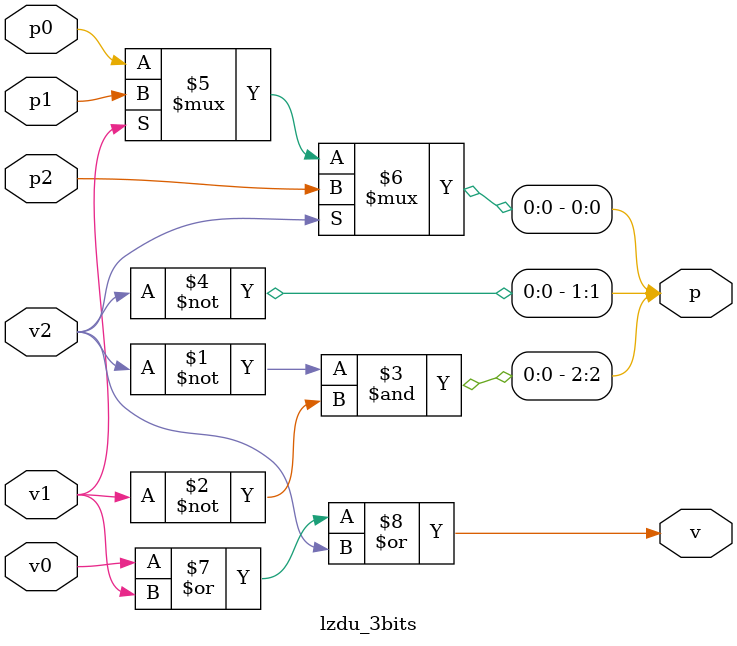
<source format=v>
module lzdu_3bits
#(
	parameter DATA_WIDTH = 3
)
(

    input	[DATA_WIDTH - 3:0]	p0,
	input	[DATA_WIDTH - 3:0]	p1,
	input	[DATA_WIDTH - 3:0]  p2,
	input 						v0,
	input 						v1,
	input 						v2,
	output  [DATA_WIDTH - 1:0]  p ,
	output						v
);

assign p[DATA_WIDTH - 1:DATA_WIDTH - 1] = ~v2 & ~v1;
assign p[DATA_WIDTH - 2:DATA_WIDTH - 2] = ~v2;
assign p[DATA_WIDTH - 3:0] = v2 ? p2 : (v1 ? p1 : p0);
assign v = v0 | v1 | v2;

endmodule

</source>
